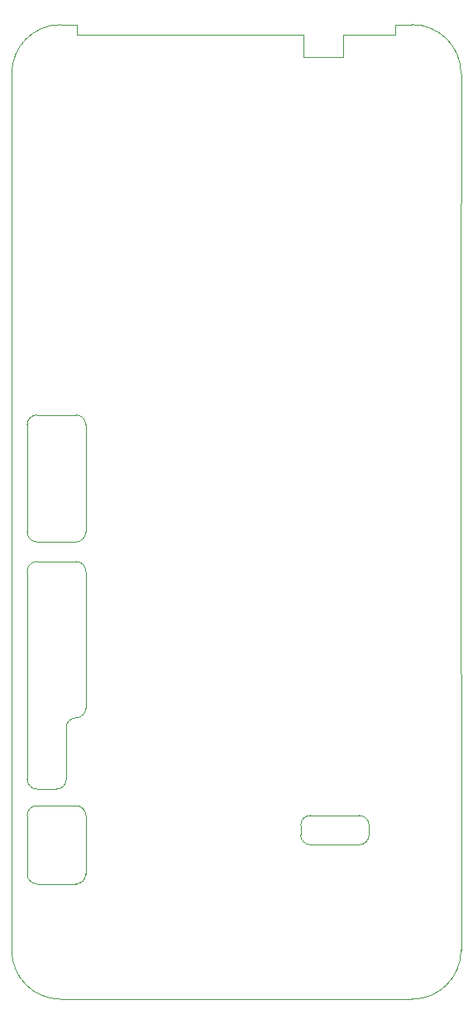
<source format=gbr>
%TF.GenerationSoftware,KiCad,Pcbnew,7.0.2-0*%
%TF.CreationDate,2023-08-13T19:48:24+08:00*%
%TF.ProjectId,Music_32_V2,4d757369-635f-4333-925f-56322e6b6963,rev?*%
%TF.SameCoordinates,Original*%
%TF.FileFunction,Profile,NP*%
%FSLAX46Y46*%
G04 Gerber Fmt 4.6, Leading zero omitted, Abs format (unit mm)*
G04 Created by KiCad (PCBNEW 7.0.2-0) date 2023-08-13 19:48:24*
%MOMM*%
%LPD*%
G01*
G04 APERTURE LIST*
%TA.AperFunction,Profile*%
%ADD10C,0.100000*%
%TD*%
G04 APERTURE END LIST*
D10*
X176400000Y-96700000D02*
X176400000Y-90700000D01*
X138000000Y-114950000D02*
G75*
G03*
X137000000Y-113950000I-1000000J0D01*
G01*
X176400000Y-96700000D02*
X176420000Y-153750000D01*
X138000000Y-99950000D02*
X138000000Y-110950000D01*
X137000000Y-129950000D02*
G75*
G03*
X138000000Y-128950000I0J1000000D01*
G01*
X132000000Y-136250000D02*
G75*
G03*
X133000000Y-137250000I1000000J0D01*
G01*
X132000000Y-110950000D02*
G75*
G03*
X133000000Y-111950000I1000000J0D01*
G01*
X138000000Y-139950000D02*
G75*
G03*
X137000000Y-138950000I-1000000J0D01*
G01*
X169700000Y-60000000D02*
X169700000Y-59000000D01*
X133000000Y-146950000D02*
X137000000Y-146950000D01*
X171420000Y-158750000D02*
G75*
G03*
X176420000Y-153750000I0J5000000D01*
G01*
X160000000Y-141950000D02*
X160000000Y-140950000D01*
X137000000Y-129950000D02*
G75*
G03*
X136000000Y-130950000I0J-1000000D01*
G01*
X169700000Y-60000000D02*
X164320000Y-60000000D01*
X138000000Y-145950000D02*
X138000000Y-139950000D01*
X161000000Y-139950000D02*
X166000000Y-139950000D01*
X137000000Y-111950000D02*
X133000000Y-111950000D01*
X164320000Y-62330000D02*
X162320000Y-62330000D01*
X133000000Y-113950000D02*
G75*
G03*
X132000000Y-114950000I0J-1000000D01*
G01*
X166000000Y-142950000D02*
G75*
G03*
X167000000Y-141950000I0J1000000D01*
G01*
X161000000Y-139950000D02*
G75*
G03*
X160000000Y-140950000I0J-1000000D01*
G01*
X133000000Y-138950000D02*
G75*
G03*
X132000000Y-139950000I0J-1000000D01*
G01*
X164320000Y-62330000D02*
X164320000Y-60000000D01*
X137100000Y-59000000D02*
X135420000Y-59000000D01*
X176420000Y-64000000D02*
G75*
G03*
X171420000Y-59000000I-5000100J-100D01*
G01*
X171420000Y-158750000D02*
X135420000Y-158750000D01*
X132000000Y-114950000D02*
X132000000Y-130950000D01*
X176400000Y-90700000D02*
X176420000Y-64000000D01*
X137000000Y-98950000D02*
X133000000Y-98950000D01*
X130420000Y-153750000D02*
G75*
G03*
X135420000Y-158750000I4999900J-100D01*
G01*
X137000000Y-113950000D02*
X133000000Y-113950000D01*
X138000000Y-99950000D02*
G75*
G03*
X137000000Y-98950000I-1000000J0D01*
G01*
X135000000Y-137250000D02*
X133000000Y-137250000D01*
X160320000Y-62330000D02*
X162320000Y-62330000D01*
X160000000Y-141950000D02*
G75*
G03*
X161000000Y-142950000I1000000J0D01*
G01*
X132000000Y-139950000D02*
X132000000Y-145950000D01*
X133000000Y-98950000D02*
G75*
G03*
X132000000Y-99950000I0J-1000000D01*
G01*
X137100000Y-59000000D02*
X137100000Y-60000000D01*
X135000000Y-137250000D02*
G75*
G03*
X136000000Y-136250000I0J1000000D01*
G01*
X167000000Y-140950000D02*
G75*
G03*
X166000000Y-139950000I-1000000J0D01*
G01*
X137000000Y-111950000D02*
G75*
G03*
X138000000Y-110950000I0J1000000D01*
G01*
X167000000Y-140950000D02*
X167000000Y-141950000D01*
X130420000Y-153750000D02*
X130420000Y-64000000D01*
X132000000Y-110950000D02*
X132000000Y-99950000D01*
X160320000Y-60000000D02*
X160320000Y-62330000D01*
X166000000Y-142950000D02*
X161000000Y-142950000D01*
X137000000Y-146950000D02*
G75*
G03*
X138000000Y-145950000I0J1000000D01*
G01*
X136000000Y-130950000D02*
X136000000Y-136250000D01*
X138000000Y-128950000D02*
X138000000Y-114950000D01*
X132000000Y-145950000D02*
G75*
G03*
X133000000Y-146950000I1000000J0D01*
G01*
X160320000Y-60000000D02*
X137100000Y-60000000D01*
X133000000Y-138950000D02*
X137000000Y-138950000D01*
X132000000Y-130950000D02*
X132000000Y-136250000D01*
X169700000Y-59000000D02*
X171420000Y-59000000D01*
X135420000Y-59000000D02*
G75*
G03*
X130420000Y-64000000I0J-5000000D01*
G01*
M02*

</source>
